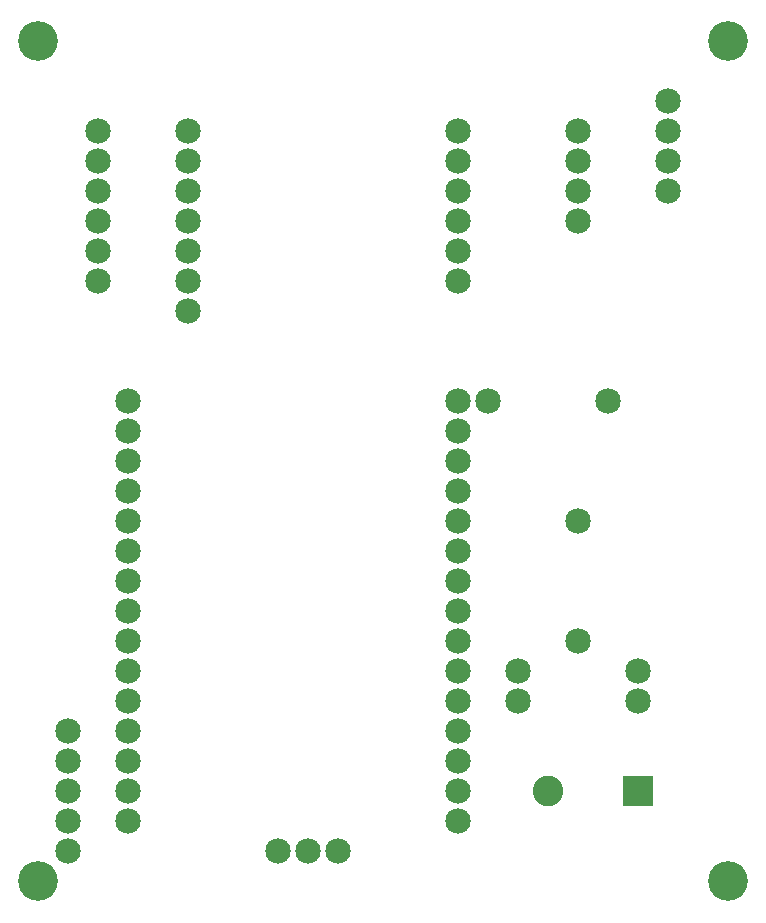
<source format=gts>
G04 MADE WITH FRITZING*
G04 WWW.FRITZING.ORG*
G04 DOUBLE SIDED*
G04 HOLES PLATED*
G04 CONTOUR ON CENTER OF CONTOUR VECTOR*
%ASAXBY*%
%FSLAX23Y23*%
%MOIN*%
%OFA0B0*%
%SFA1.0B1.0*%
%ADD10C,0.084803*%
%ADD11C,0.132047*%
%ADD12C,0.085000*%
%ADD13C,0.102000*%
%ADD14R,0.102000X0.102000*%
%LNMASK1*%
G90*
G70*
G54D10*
X287Y2497D03*
X287Y2097D03*
X287Y2397D03*
X287Y2597D03*
X287Y2297D03*
X287Y2197D03*
X1487Y2597D03*
X1487Y2497D03*
X1487Y2397D03*
X1487Y2297D03*
X1487Y2197D03*
X1487Y2097D03*
X2187Y2497D03*
X2187Y2397D03*
X2187Y2597D03*
X2187Y2697D03*
X1887Y2297D03*
X1887Y2397D03*
X1887Y2497D03*
X1887Y2597D03*
X587Y2097D03*
X587Y2197D03*
X587Y1997D03*
X587Y2297D03*
X587Y2397D03*
X587Y2597D03*
X587Y2497D03*
X187Y297D03*
X187Y397D03*
X187Y197D03*
X187Y597D03*
X187Y497D03*
X1487Y1697D03*
X1487Y1197D03*
X1487Y497D03*
X1487Y1097D03*
X1487Y397D03*
X1487Y297D03*
X1487Y1297D03*
X1487Y1597D03*
X1487Y697D03*
X1487Y1397D03*
X1487Y997D03*
X1487Y1497D03*
X1487Y797D03*
X1487Y897D03*
X1487Y597D03*
X887Y197D03*
X987Y197D03*
X1087Y197D03*
X387Y1697D03*
X387Y1497D03*
X387Y1597D03*
X387Y1297D03*
X387Y1397D03*
X387Y1197D03*
X387Y1097D03*
X387Y897D03*
X387Y997D03*
X387Y797D03*
X387Y697D03*
X387Y497D03*
X387Y597D03*
X387Y297D03*
X387Y397D03*
G54D11*
X2387Y2897D03*
X2387Y97D03*
X87Y97D03*
X87Y2897D03*
G54D12*
X2087Y797D03*
X1687Y797D03*
X1987Y1697D03*
X1587Y1697D03*
X2087Y697D03*
X1687Y697D03*
G54D13*
X2087Y397D03*
X1787Y397D03*
G54D12*
X1887Y897D03*
X1887Y1297D03*
G54D14*
X2087Y397D03*
G04 End of Mask1*
M02*
</source>
